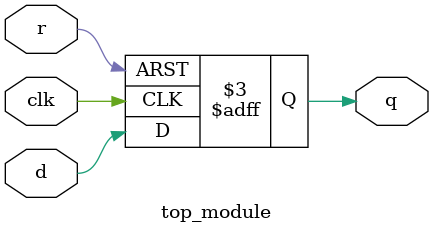
<source format=sv>
module top_module (
	input clk,
	input d,
	input r,
	output logic q
);

always_ff @(posedge clk or posedge r) begin
	if (r == 1'b1)
		q <= 1'b0;
	else
		q <= d;
end

endmodule

</source>
